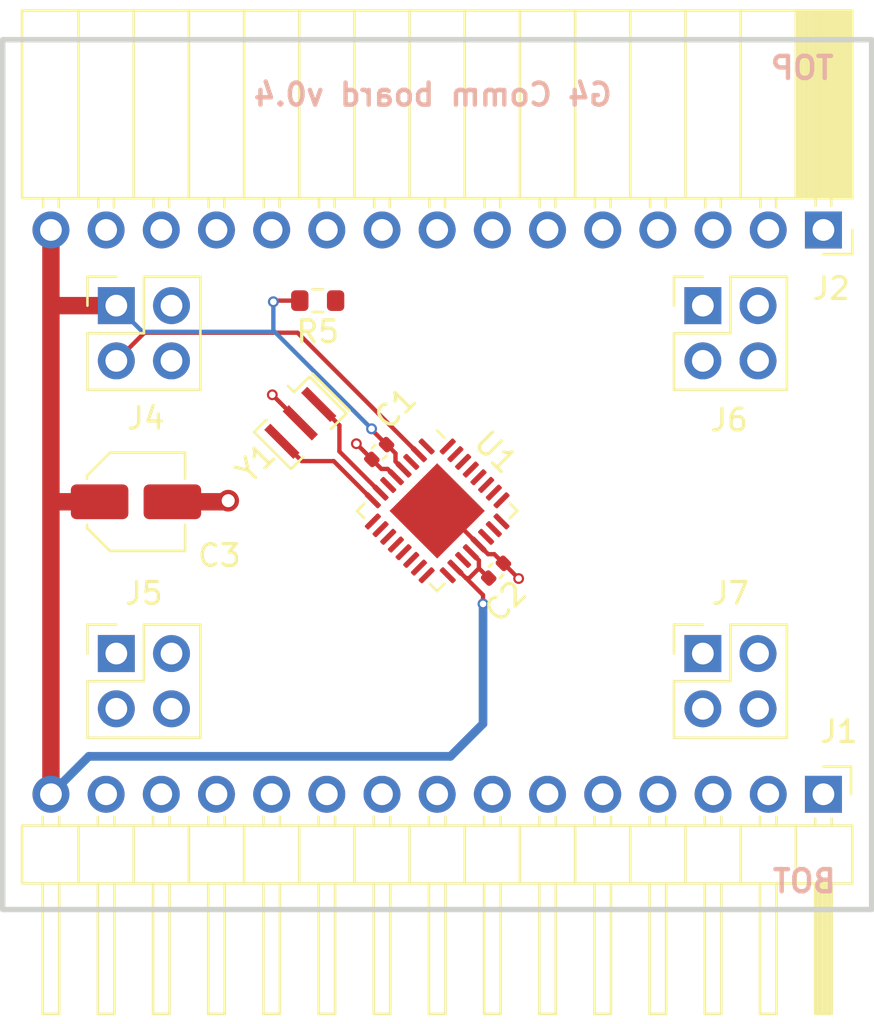
<source format=kicad_pcb>
(kicad_pcb (version 20221018) (generator pcbnew)
  (layers (0 "F.Cu" signal) (1 "In1.Cu" signal) (2 "In2.Cu" signal) (31 "B.Cu" signal) (34 "B.Paste" user) (35 "F.Paste" user) (36 "B.SilkS" user "B.Silkscreen") (37 "F.SilkS" user "F.Silkscreen") (38 "B.Mask" user) (39 "F.Mask" user) (44 "Edge.Cuts" user))
  (net 0 "")
  (net 1 "+5V")
  (net 2 "/B0_CS0")
  (net 3 "/B0_CS1")
  (net 4 "/B0_CS2")
  (net 5 "/B0_CS3")
  (net 6 "/B0_CS4")
  (net 7 "/B0_CS5")
  (net 8 "/B0_CS6")
  (net 9 "/B0_CS7")
  (net 10 "/B0_MISO")
  (net 11 "/B0_MOSI")
  (net 12 "/B0_SCK")
  (net 13 "/B1_CS0")
  (net 14 "/B1_CS1")
  (net 15 "/B1_CS2")
  (net 16 "/B1_CS3")
  (net 17 "/B1_MISO")
  (net 18 "/B1_MOSI")
  (net 19 "/B1_SCK")
  (net 20 "/EXT_INT0")
  (net 21 "/RESET_DRV0")
  (net 22 "/RESET_DRV1")
  (net 23 "/RESET_DRV2")
  (net 24 "/RESET_DRV3")
  (net 25 "/RESET_MSTR")
  (net 26 "/XTAL1")
  (net 27 "/XTAL2")
  (net 28 "GND")
  (footprint "Connector_PinSocket_2.54mm:PinSocket_2x02_P2.54mm_Vertical" (layer "F.Cu") (at 57.77 62.23)
    (fp_text reference "J4" (at -1.1788 5.1816) (layer "F.SilkS"))
    (fp_text value "2x2 socket")
    (fp_line (start -3.87 -1.33) (end -3.87 0) (stroke (width 0.12)) (layer "F.SilkS"))
    (fp_line (start -3.87 1.27) (end -3.87 3.87) (stroke (width 0.12)) (layer "F.SilkS"))
    (fp_line (start -2.54 -1.33) (end -3.87 -1.33) (stroke (width 0.12)) (layer "F.SilkS"))
    (fp_line (start -1.27 -1.33) (end -1.27 1.27) (stroke (width 0.12)) (layer "F.SilkS"))
    (fp_line (start -1.27 1.27) (end -3.87 1.27) (stroke (width 0.12)) (layer "F.SilkS"))
    (fp_line (start 1.33 -1.33) (end -1.27 -1.33) (stroke (width 0.12)) (layer "F.SilkS"))
    (fp_line (start 1.33 -1.33) (end 1.33 3.87) (stroke (width 0.12)) (layer "F.SilkS"))
    (fp_line (start 1.33 3.87) (end -3.87 3.87) (stroke (width 0.12)) (layer "F.SilkS"))
    (pad "1" thru_hole rect (at -2.54 0) (size 1.7 1.7) (drill 1) (layers "*.Cu" "*.Mask") (net 1 "+5V"))
    (pad "2" thru_hole oval (at 0 0) (size 1.7 1.7) (drill 1) (layers "*.Cu" "*.Mask") (net 13 "/B1_CS0"))
    (pad "3" thru_hole oval (at -2.54 2.54) (size 1.7 1.7) (drill 1) (layers "*.Cu" "*.Mask") (net 19 "/B1_SCK"))
    (pad "4" thru_hole oval (at 0 2.54) (size 1.7 1.7) (drill 1) (layers "*.Cu" "*.Mask") (net 21 "/RESET_DRV0"))
  )
  (footprint "Connector_PinSocket_2.54mm:PinSocket_2x02_P2.54mm_Vertical" (layer "F.Cu") (at 84.77 62.23)
    (fp_text reference "J6" (at -1.331 5.2578) (layer "F.SilkS"))
    (fp_text value "2x2 socket")
    (fp_line (start -3.87 -1.33) (end -3.87 0) (stroke (width 0.12)) (layer "F.SilkS"))
    (fp_line (start -3.87 1.27) (end -3.87 3.87) (stroke (width 0.12)) (layer "F.SilkS"))
    (fp_line (start -2.54 -1.33) (end -3.87 -1.33) (stroke (width 0.12)) (layer "F.SilkS"))
    (fp_line (start -1.27 -1.33) (end -1.27 1.27) (stroke (width 0.12)) (layer "F.SilkS"))
    (fp_line (start -1.27 1.27) (end -3.87 1.27) (stroke (width 0.12)) (layer "F.SilkS"))
    (fp_line (start 1.33 -1.33) (end -1.27 -1.33) (stroke (width 0.12)) (layer "F.SilkS"))
    (fp_line (start 1.33 -1.33) (end 1.33 3.87) (stroke (width 0.12)) (layer "F.SilkS"))
    (fp_line (start 1.33 3.87) (end -3.87 3.87) (stroke (width 0.12)) (layer "F.SilkS"))
    (pad "1" thru_hole rect (at -2.54 0) (size 1.7 1.7) (drill 1) (layers "*.Cu" "*.Mask") (net 18 "/B1_MOSI"))
    (pad "2" thru_hole oval (at 0 0) (size 1.7 1.7) (drill 1) (layers "*.Cu" "*.Mask"))
    (pad "3" thru_hole oval (at -2.54 2.54) (size 1.7 1.7) (drill 1) (layers "*.Cu" "*.Mask") (net 15 "/B1_CS2"))
    (pad "4" thru_hole oval (at 0 2.54) (size 1.7 1.7) (drill 1) (layers "*.Cu" "*.Mask") (net 23 "/RESET_DRV2"))
  )
  (footprint "Connector_PinSocket_2.54mm:PinSocket_2x02_P2.54mm_Vertical" (layer "F.Cu") (at 57.77 78.23)
    (fp_text reference "J5" (at -1.27 -2.77) (layer "F.SilkS"))
    (fp_text value "2x2 socket")
    (fp_line (start -3.87 -1.33) (end -3.87 0) (stroke (width 0.12)) (layer "F.SilkS"))
    (fp_line (start -3.87 1.27) (end -3.87 3.87) (stroke (width 0.12)) (layer "F.SilkS"))
    (fp_line (start -2.54 -1.33) (end -3.87 -1.33) (stroke (width 0.12)) (layer "F.SilkS"))
    (fp_line (start -1.27 -1.33) (end -1.27 1.27) (stroke (width 0.12)) (layer "F.SilkS"))
    (fp_line (start -1.27 1.27) (end -3.87 1.27) (stroke (width 0.12)) (layer "F.SilkS"))
    (fp_line (start 1.33 -1.33) (end -1.27 -1.33) (stroke (width 0.12)) (layer "F.SilkS"))
    (fp_line (start 1.33 -1.33) (end 1.33 3.87) (stroke (width 0.12)) (layer "F.SilkS"))
    (fp_line (start 1.33 3.87) (end -3.87 3.87) (stroke (width 0.12)) (layer "F.SilkS"))
    (pad "1" thru_hole rect (at -2.54 0) (size 1.7 1.7) (drill 1) (layers "*.Cu" "*.Mask") (net 17 "/B1_MISO"))
    (pad "2" thru_hole oval (at 0 0) (size 1.7 1.7) (drill 1) (layers "*.Cu" "*.Mask") (net 14 "/B1_CS1"))
    (pad "3" thru_hole oval (at -2.54 2.54) (size 1.7 1.7) (drill 1) (layers "*.Cu" "*.Mask"))
    (pad "4" thru_hole oval (at 0 2.54) (size 1.7 1.7) (drill 1) (layers "*.Cu" "*.Mask") (net 22 "/RESET_DRV1"))
  )
  (footprint "Connector_PinSocket_2.54mm:PinSocket_2x02_P2.54mm_Vertical" (layer "F.Cu") (at 84.77 78.23)
    (fp_text reference "J7" (at -1.27 -2.77) (layer "F.SilkS"))
    (fp_text value "2x2 socket")
    (fp_line (start -3.87 -1.33) (end -3.87 0) (stroke (width 0.12)) (layer "F.SilkS"))
    (fp_line (start -3.87 1.27) (end -3.87 3.87) (stroke (width 0.12)) (layer "F.SilkS"))
    (fp_line (start -2.54 -1.33) (end -3.87 -1.33) (stroke (width 0.12)) (layer "F.SilkS"))
    (fp_line (start -1.27 -1.33) (end -1.27 1.27) (stroke (width 0.12)) (layer "F.SilkS"))
    (fp_line (start -1.27 1.27) (end -3.87 1.27) (stroke (width 0.12)) (layer "F.SilkS"))
    (fp_line (start 1.33 -1.33) (end -1.27 -1.33) (stroke (width 0.12)) (layer "F.SilkS"))
    (fp_line (start 1.33 -1.33) (end 1.33 3.87) (stroke (width 0.12)) (layer "F.SilkS"))
    (fp_line (start 1.33 3.87) (end -3.87 3.87) (stroke (width 0.12)) (layer "F.SilkS"))
    (pad "1" thru_hole rect (at -2.54 0) (size 1.7 1.7) (drill 1) (layers "*.Cu" "*.Mask") (net 24 "/RESET_DRV3"))
    (pad "2" thru_hole oval (at 0 0) (size 1.7 1.7) (drill 1) (layers "*.Cu" "*.Mask") (net 16 "/B1_CS3"))
    (pad "3" thru_hole oval (at -2.54 2.54) (size 1.7 1.7) (drill 1) (layers "*.Cu" "*.Mask") (net 28 "GND"))
    (pad "4" thru_hole oval (at 0 2.54) (size 1.7 1.7) (drill 1) (layers "*.Cu" "*.Mask"))
  )
  (footprint "Resistor_SMD:R_0603_1608Metric" (layer "F.Cu") (at 64.5 62 180)
    (fp_text reference "R5" (at 0 -1.43) (layer "F.SilkS"))
    (fp_text value "4.7k")
    (fp_line (start -0.237258 -0.5225) (end 0.237258 -0.5225) (stroke (width 0.12)) (layer "F.SilkS"))
    (fp_line (start -0.237258 0.5225) (end 0.237258 0.5225) (stroke (width 0.12)) (layer "F.SilkS"))
    (pad "1" smd roundrect (at -0.825 0 180) (size 0.8 0.95) (layers "F.Cu" "F.Paste" "F.Mask") (net 25 "/RESET_MSTR"))
    (pad "2" smd roundrect (at 0.825 0 180) (size 0.8 0.95) (layers "F.Cu" "F.Paste" "F.Mask") (net 1 "+5V"))
  )
  (footprint "Connector_PinHeader_2.54mm:PinHeader_1x15_P2.54mm_Horizontal" (layer "F.Cu") (at 87.78 84.7 -90)
    (fp_text reference "J1" (at -2.8866 -0.7136) (layer "F.SilkS"))
    (fp_text value "1x15 header")
    (fp_line (start -1.27 -1.27) (end 0 -1.27) (stroke (width 0.12)) (layer "F.SilkS"))
    (fp_line (start -1.27 0) (end -1.27 -1.27) (stroke (width 0.12)) (layer "F.SilkS"))
    (fp_line (start 1.042929 2.16) (end 1.44 2.16) (stroke (width 0.12)) (layer "F.SilkS"))
    (fp_line (start 1.042929 2.92) (end 1.44 2.92) (stroke (width 0.12)) (layer "F.SilkS"))
    (fp_line (start 1.042929 4.7) (end 1.44 4.7) (stroke (width 0.12)) (layer "F.SilkS"))
    (fp_line (start 1.042929 5.46) (end 1.44 5.46) (stroke (width 0.12)) (layer "F.SilkS"))
    (fp_line (start 1.042929 7.24) (end 1.44 7.24) (stroke (width 0.12)) (layer "F.SilkS"))
    (fp_line (start 1.042929 8) (end 1.44 8) (stroke (width 0.12)) (layer "F.SilkS"))
    (fp_line (start 1.042929 9.78) (end 1.44 9.78) (stroke (width 0.12)) (layer "F.SilkS"))
    (fp_line (start 1.042929 10.54) (end 1.44 10.54) (stroke (width 0.12)) (layer "F.SilkS"))
    (fp_line (start 1.042929 12.32) (end 1.44 12.32) (stroke (width 0.12)) (layer "F.SilkS"))
    (fp_line (start 1.042929 13.08) (end 1.44 13.08) (stroke (width 0.12)) (layer "F.SilkS"))
    (fp_line (start 1.042929 14.86) (end 1.44 14.86) (stroke (width 0.12)) (layer "F.SilkS"))
    (fp_line (start 1.042929 15.62) (end 1.44 15.62) (stroke (width 0.12)) (layer "F.SilkS"))
    (fp_line (start 1.042929 17.4) (end 1.44 17.4) (stroke (width 0.12)) (layer "F.SilkS"))
    (fp_line (start 1.042929 18.16) (end 1.44 18.16) (stroke (width 0.12)) (layer "F.SilkS"))
    (fp_line (start 1.042929 19.94) (end 1.44 19.94) (stroke (width 0.12)) (layer "F.SilkS"))
    (fp_line (start 1.042929 20.7) (end 1.44 20.7) (stroke (width 0.12)) (layer "F.SilkS"))
    (fp_line (start 1.042929 22.48) (end 1.44 22.48) (stroke (width 0.12)) (layer "F.SilkS"))
    (fp_line (start 1.042929 23.24) (end 1.44 23.24) (stroke (width 0.12)) (layer "F.SilkS"))
    (fp_line (start 1.042929 25.02) (end 1.44 25.02) (stroke (width 0.12)) (layer "F.SilkS"))
    (fp_line (start 1.042929 25.78) (end 1.44 25.78) (stroke (width 0.12)) (layer "F.SilkS"))
    (fp_line (start 1.042929 27.56) (end 1.44 27.56) (stroke (width 0.12)) (layer "F.SilkS"))
    (fp_line (start 1.042929 28.32) (end 1.44 28.32) (stroke (width 0.12)) (layer "F.SilkS"))
    (fp_line (start 1.042929 30.1) (end 1.44 30.1) (stroke (width 0.12)) (layer "F.SilkS"))
    (fp_line (start 1.042929 30.86) (end 1.44 30.86) (stroke (width 0.12)) (layer "F.SilkS"))
    (fp_line (start 1.042929 32.64) (end 1.44 32.64) (stroke (width 0.12)) (layer "F.SilkS"))
    (fp_line (start 1.042929 33.4) (end 1.44 33.4) (stroke (width 0.12)) (layer "F.SilkS"))
    (fp_line (start 1.042929 35.18) (end 1.44 35.18) (stroke (width 0.12)) (layer "F.SilkS"))
    (fp_line (start 1.042929 35.94) (end 1.44 35.94) (stroke (width 0.12)) (layer "F.SilkS"))
    (fp_line (start 1.11 -0.38) (end 1.44 -0.38) (stroke (width 0.12)) (layer "F.SilkS"))
    (fp_line (start 1.11 0.38) (end 1.44 0.38) (stroke (width 0.12)) (layer "F.SilkS"))
    (fp_line (start 1.44 -1.33) (end 1.44 36.89) (stroke (width 0.12)) (layer "F.SilkS"))
    (fp_line (start 1.44 1.27) (end 4.1 1.27) (stroke (width 0.12)) (layer "F.SilkS"))
    (fp_line (start 1.44 3.81) (end 4.1 3.81) (stroke (width 0.12)) (layer "F.SilkS"))
    (fp_line (start 1.44 6.35) (end 4.1 6.35) (stroke (width 0.12)) (layer "F.SilkS"))
    (fp_line (start 1.44 8.89) (end 4.1 8.89) (stroke (width 0.12)) (layer "F.SilkS"))
    (fp_line (start 1.44 11.43) (end 4.1 11.43) (stroke (width 0.12)) (layer "F.SilkS"))
    (fp_line (start 1.44 13.97) (end 4.1 13.97) (stroke (width 0.12)) (layer "F.SilkS"))
    (fp_line (start 1.44 16.51) (end 4.1 16.51) (stroke (width 0.12)) (layer "F.SilkS"))
    (fp_line (start 1.44 19.05) (end 4.1 19.05) (stroke (width 0.12)) (layer "F.SilkS"))
    (fp_line (start 1.44 21.59) (end 4.1 21.59) (stroke (width 0.12)) (layer "F.SilkS"))
    (fp_line (start 1.44 24.13) (end 4.1 24.13) (stroke (width 0.12)) (layer "F.SilkS"))
    (fp_line (start 1.44 26.67) (end 4.1 26.67) (stroke (width 0.12)) (layer "F.SilkS"))
    (fp_line (start 1.44 29.21) (end 4.1 29.21) (stroke (width 0.12)) (layer "F.SilkS"))
    (fp_line (start 1.44 31.75) (end 4.1 31.75) (stroke (width 0.12)) (layer "F.SilkS"))
    (fp_line (start 1.44 34.29) (end 4.1 34.29) (stroke (width 0.12)) (layer "F.SilkS"))
    (fp_line (start 1.44 36.89) (end 4.1 36.89) (stroke (width 0.12)) (layer "F.SilkS"))
    (fp_line (start 4.1 -1.33) (end 1.44 -1.33) (stroke (width 0.12)) (layer "F.SilkS"))
    (fp_line (start 4.1 -0.38) (end 10.1 -0.38) (stroke (width 0.12)) (layer "F.SilkS"))
    (fp_line (start 4.1 -0.32) (end 10.1 -0.32) (stroke (width 0.12)) (layer "F.SilkS"))
    (fp_line (start 4.1 -0.2) (end 10.1 -0.2) (stroke (width 0.12)) (layer "F.SilkS"))
    (fp_line (start 4.1 -0.08) (end 10.1 -0.08) (stroke (width 0.12)) (layer "F.SilkS"))
    (fp_line (start 4.1 0.04) (end 10.1 0.04) (stroke (width 0.12)) (layer "F.SilkS"))
    (fp_line (start 4.1 0.16) (end 10.1 0.16) (stroke (width 0.12)) (layer "F.SilkS"))
    (fp_line (start 4.1 0.28) (end 10.1 0.28) (stroke (width 0.12)) (layer "F.SilkS"))
    (fp_line (start 4.1 2.16) (end 10.1 2.16) (stroke (width 0.12)) (layer "F.SilkS"))
    (fp_line (start 4.1 4.7) (end 10.1 4.7) (stroke (width 0.12)) (layer "F.SilkS"))
    (fp_line (start 4.1 7.24) (end 10.1 7.24) (stroke (width 0.12)) (layer "F.SilkS"))
    (fp_line (start 4.1 9.78) (end 10.1 9.78) (stroke (width 0.12)) (layer "F.SilkS"))
    (fp_line (start 4.1 12.32) (end 10.1 12.32) (stroke (width 0.12)) (layer "F.SilkS"))
    (fp_line (start 4.1 14.86) (end 10.1 14.86) (stroke (width 0.12)) (layer "F.SilkS"))
    (fp_line (start 4.1 17.4) (end 10.1 17.4) (stroke (width 0.12)) (layer "F.SilkS"))
    (fp_line (start 4.1 19.94) (end 10.1 19.94) (stroke (width 0.12)) (layer "F.SilkS"))
    (fp_line (start 4.1 22.48) (end 10.1 22.48) (stroke (width 0.12)) (layer "F.SilkS"))
    (fp_line (start 4.1 25.02) (end 10.1 25.02) (stroke (width 0.12)) (layer "F.SilkS"))
    (fp_line (start 4.1 27.56) (end 10.1 27.56) (stroke (width 0.12)) (layer "F.SilkS"))
    (fp_line (start 4.1 30.1) (end 10.1 30.1) (stroke (width 0.12)) (layer "F.SilkS"))
    (fp_line (start 4.1 32.64) (end 10.1 32.64) (stroke (width 0.12)) (layer "F.SilkS"))
    (fp_line (start 4.1 35.18) (end 10.1 35.18) (stroke (width 0.12)) (layer "F.SilkS"))
    (fp_line (start 4.1 36.89) (end 4.1 -1.33) (stroke (width 0.12)) (layer "F.SilkS"))
    (fp_line (start 10.1 -0.38) (end 10.1 0.38) (stroke (width 0.12)) (layer "F.SilkS"))
    (fp_line (start 10.1 0.38) (end 4.1 0.38) (stroke (width 0.12)) (layer "F.SilkS"))
    (fp_line (start 10.1 2.16) (end 10.1 2.92) (stroke (width 0.12)) (layer "F.SilkS"))
    (fp_line (start 10.1 2.92) (end 4.1 2.92) (stroke (width 0.12)) (layer "F.SilkS"))
    (fp_line (start 10.1 4.7) (end 10.1 5.46) (stroke (width 0.12)) (layer "F.SilkS"))
    (fp_line (start 10.1 5.46) (end 4.1 5.46) (stroke (width 0.12)) (layer "F.SilkS"))
    (fp_line (start 10.1 7.24) (end 10.1 8) (stroke (width 0.12)) (layer "F.SilkS"))
    (fp_line (start 10.1 8) (end 4.1 8) (stroke (width 0.12)) (layer "F.SilkS"))
    (fp_line (start 10.1 9.78) (end 10.1 10.54) (stroke (width 0.12)) (layer "F.SilkS"))
    (fp_line (start 10.1 10.54) (end 4.1 10.54) (stroke (width 0.12)) (layer "F.SilkS"))
    (fp_line (start 10.1 12.32) (end 10.1 13.08) (stroke (width 0.12)) (layer "F.SilkS"))
    (fp_line (start 10.1 13.08) (end 4.1 13.08) (stroke (width 0.12)) (layer "F.SilkS"))
    (fp_line (start 10.1 14.86) (end 10.1 15.62) (stroke (width 0.12)) (layer "F.SilkS"))
    (fp_line (start 10.1 15.62) (end 4.1 15.62) (stroke (width 0.12)) (layer "F.SilkS"))
    (fp_line (start 10.1 17.4) (end 10.1 18.16) (stroke (width 0.12)) (layer "F.SilkS"))
    (fp_line (start 10.1 18.16) (end 4.1 18.16) (stroke (width 0.12)) (layer "F.SilkS"))
    (fp_line (start 10.1 19.94) (end 10.1 20.7) (stroke (width 0.12)) (layer "F.SilkS"))
    (fp_line (start 10.1 20.7) (end 4.1 20.7) (stroke (width 0.12)) (layer "F.SilkS"))
    (fp_line (start 10.1 22.48) (end 10.1 23.24) (stroke (width 0.12)) (layer "F.SilkS"))
    (fp_line (start 10.1 23.24) (end 4.1 23.24) (stroke (width 0.12)) (layer "F.SilkS"))
    (fp_line (start 10.1 25.02) (end 10.1 25.78) (stroke (width 0.12)) (layer "F.SilkS"))
    (fp_line (start 10.1 25.78) (end 4.1 25.78) (stroke (width 0.12)) (layer "F.SilkS"))
    (fp_line (start 10.1 27.56) (end 10.1 28.32) (stroke (width 0.12)) (layer "F.SilkS"))
    (fp_line (start 10.1 28.32) (end 4.1 28.32) (stroke (width 0.12)) (layer "F.SilkS"))
    (fp_line (start 10.1 30.1) (end 10.1 30.86) (stroke (width 0.12)) (layer "F.SilkS"))
    (fp_line (start 10.1 30.86) (end 4.1 30.86) (stroke (width 0.12)) (layer "F.SilkS"))
    (fp_line (start 10.1 32.64) (end 10.1 33.4) (stroke (width 0.12)) (layer "F.SilkS"))
    (fp_line (start 10.1 33.4) (end 4.1 33.4) (stroke (width 0.12)) (layer "F.SilkS"))
    (fp_line (start 10.1 35.18) (end 10.1 35.94) (stroke (width 0.12)) (layer "F.SilkS"))
    (fp_line (start 10.1 35.94) (end 4.1 35.94) (stroke (width 0.12)) (layer "F.SilkS"))
    (pad "1" thru_hole rect (at 0 0 270) (size 1.7 1.7) (drill 1) (layers "*.Cu" "*.Mask") (net 20 "/EXT_INT0"))
    (pad "2" thru_hole oval (at 0 2.54 270) (size 1.7 1.7) (drill 1) (layers "*.Cu" "*.Mask") (net 9 "/B0_CS7"))
    (pad "3" thru_hole oval (at 0 5.08 270) (size 1.7 1.7) (drill 1) (layers "*.Cu" "*.Mask") (net 8 "/B0_CS6"))
    (pad "4" thru_hole oval (at 0 7.62 270) (size 1.7 1.7) (drill 1) (layers "*.Cu" "*.Mask") (net 7 "/B0_CS5"))
    (pad "5" thru_hole oval (at 0 10.16 270) (size 1.7 1.7) (drill 1) (layers "*.Cu" "*.Mask") (net 6 "/B0_CS4"))
    (pad "6" thru_hole oval (at 0 12.7 270) (size 1.7 1.7) (drill 1) (layers "*.Cu" "*.Mask") (net 5 "/B0_CS3"))
    (pad "7" thru_hole oval (at 0 15.24 270) (size 1.7 1.7) (drill 1) (layers "*.Cu" "*.Mask") (net 4 "/B0_CS2"))
    (pad "8" thru_hole oval (at 0 17.78 270) (size 1.7 1.7) (drill 1) (layers "*.Cu" "*.Mask") (net 3 "/B0_CS1"))
    (pad "9" thru_hole oval (at 0 20.32 270) (size 1.7 1.7) (drill 1) (layers "*.Cu" "*.Mask") (net 2 "/B0_CS0"))
    (pad "10" thru_hole oval (at 0 22.86 270) (size 1.7 1.7) (drill 1) (layers "*.Cu" "*.Mask") (net 10 "/B0_MISO"))
    (pad "11" thru_hole oval (at 0 25.4 270) (size 1.7 1.7) (drill 1) (layers "*.Cu" "*.Mask") (net 11 "/B0_MOSI"))
    (pad "12" thru_hole oval (at 0 27.94 270) (size 1.7 1.7) (drill 1) (layers "*.Cu" "*.Mask") (net 12 "/B0_SCK"))
    (pad "13" thru_hole oval (at 0 30.48 270) (size 1.7 1.7) (drill 1) (layers "*.Cu" "*.Mask") (net 25 "/RESET_MSTR"))
    (pad "14" thru_hole oval (at 0 33.02 270) (size 1.7 1.7) (drill 1) (layers "*.Cu" "*.Mask") (net 28 "GND"))
    (pad "15" thru_hole oval (at 0 35.56 270) (size 1.7 1.7) (drill 1) (layers "*.Cu" "*.Mask") (net 1 "+5V"))
  )
  (footprint "Capacitor_SMD:C_0402_1005Metric" (layer "F.Cu") (at 72.710589 74.419411 45)
    (fp_text reference "C2" (at -0.693798 1.315219 45) (layer "F.SilkS"))
    (fp_text value "1uF")
    (fp_line (start -0.107836 -0.36) (end 0.107836 -0.36) (stroke (width 0.12)) (layer "F.SilkS"))
    (fp_line (start -0.107836 0.36) (end 0.107836 0.36) (stroke (width 0.12)) (layer "F.SilkS"))
    (pad "1" smd roundrect (at -0.48 0 45) (size 0.56 0.62) (layers "F.Cu" "F.Paste" "F.Mask") (net 1 "+5V"))
    (pad "2" smd roundrect (at 0.48 0 45) (size 0.56 0.62) (layers "F.Cu" "F.Paste" "F.Mask") (net 28 "GND"))
  )
  (footprint "Connector_PinSocket_2.54mm:PinSocket_1x15_P2.54mm_Horizontal" (layer "F.Cu") (at 87.78 58.75 -90)
    (fp_text reference "J2" (at 2.6926 -0.358 -180) (layer "F.SilkS"))
    (fp_text value "1x15 socket")
    (fp_line (start -10.09 -1.33) (end -10.09 36.89) (stroke (width 0.12)) (layer "F.SilkS"))
    (fp_line (start -10.09 -1.33) (end -1.46 -1.33) (stroke (width 0.12)) (layer "F.SilkS"))
    (fp_line (start -10.09 -1.21) (end -1.46 -1.21) (stroke (width 0.12)) (layer "F.SilkS"))
    (fp_line (start -10.09 -1.091905) (end -1.46 -1.091905) (stroke (width 0.12)) (layer "F.SilkS"))
    (fp_line (start -10.09 -0.97381) (end -1.46 -0.97381) (stroke (width 0.12)) (layer "F.SilkS"))
    (fp_line (start -10.09 -0.855715) (end -1.46 -0.855715) (stroke (width 0.12)) (layer "F.SilkS"))
    (fp_line (start -10.09 -0.73762) (end -1.46 -0.73762) (stroke (width 0.12)) (layer "F.SilkS"))
    (fp_line (start -10.09 -0.619525) (end -1.46 -0.619525) (stroke (width 0.12)) (layer "F.SilkS"))
    (fp_line (start -10.09 -0.50143) (end -1.46 -0.50143) (stroke (width 0.12)) (layer "F.SilkS"))
    (fp_line (start -10.09 -0.383335) (end -1.46 -0.383335) (stroke (width 0.12)) (layer "F.SilkS"))
    (fp_line (start -10.09 -0.26524) (end -1.46 -0.26524) (stroke (width 0.12)) (layer "F.SilkS"))
    (fp_line (start -10.09 -0.147145) (end -1.46 -0.147145) (stroke (width 0.12)) (layer "F.SilkS"))
    (fp_line (start -10.09 -0.02905) (end -1.46 -0.02905) (stroke (width 0.12)) (layer "F.SilkS"))
    (fp_line (start -10.09 0.089045) (end -1.46 0.089045) (stroke (width 0.12)) (layer "F.SilkS"))
    (fp_line (start -10.09 0.20714) (end -1.46 0.20714) (stroke (width 0.12)) (layer "F.SilkS"))
    (fp_line (start -10.09 0.325235) (end -1.46 0.325235) (stroke (width 0.12)) (layer "F.SilkS"))
    (fp_line (start -10.09 0.44333) (end -1.46 0.44333) (stroke (width 0.12)) (layer "F.SilkS"))
    (fp_line (start -10.09 0.561425) (end -1.46 0.561425) (stroke (width 0.12)) (layer "F.SilkS"))
    (fp_line (start -10.09 0.67952) (end -1.46 0.67952) (stroke (width 0.12)) (layer "F.SilkS"))
    (fp_line (start -10.09 0.797615) (end -1.46 0.797615) (stroke (width 0.12)) (layer "F.SilkS"))
    (fp_line (start -10.09 0.91571) (end -1.46 0.91571) (stroke (width 0.12)) (layer "F.SilkS"))
    (fp_line (start -10.09 1.033805) (end -1.46 1.033805) (stroke (width 0.12)) (layer "F.SilkS"))
    (fp_line (start -10.09 1.1519) (end -1.46 1.1519) (stroke (width 0.12)) (layer "F.SilkS"))
    (fp_line (start -10.09 1.27) (end -1.46 1.27) (stroke (width 0.12)) (layer "F.SilkS"))
    (fp_line (start -10.09 3.81) (end -1.46 3.81) (stroke (width 0.12)) (layer "F.SilkS"))
    (fp_line (start -10.09 6.35) (end -1.46 6.35) (stroke (width 0.12)) (layer "F.SilkS"))
    (fp_line (start -10.09 8.89) (end -1.46 8.89) (stroke (width 0.12)) (layer "F.SilkS"))
    (fp_line (start -10.09 11.43) (end -1.46 11.43) (stroke (width 0.12)) (layer "F.SilkS"))
    (fp_line (start -10.09 13.97) (end -1.46 13.97) (stroke (width 0.12)) (layer "F.SilkS"))
    (fp_line (start -10.09 16.51) (end -1.46 16.51) (stroke (width 0.12)) (layer "F.SilkS"))
    (fp_line (start -10.09 19.05) (end -1.46 19.05) (stroke (width 0.12)) (layer "F.SilkS"))
    (fp_line (start -10.09 21.59) (end -1.46 21.59) (stroke (width 0.12)) (layer "F.SilkS"))
    (fp_line (start -10.09 24.13) (end -1.46 24.13) (stroke (width 0.12)) (layer "F.SilkS"))
    (fp_line (start -10.09 26.67) (end -1.46 26.67) (stroke (width 0.12)) (layer "F.SilkS"))
    (fp_line (start -10.09 29.21) (end -1.46 29.21) (stroke (width 0.12)) (layer "F.SilkS"))
    (fp_line (start -10.09 31.75) (end -1.46 31.75) (stroke (width 0.12)) (layer "F.SilkS"))
    (fp_line (start -10.09 34.29) (end -1.46 34.29) (stroke (width 0.12)) (layer "F.SilkS"))
    (fp_line (start -10.09 36.89) (end -1.46 36.89) (stroke (width 0.12)) (layer "F.SilkS"))
    (fp_line (start -1.46 -1.33) (end -1.46 36.89) (stroke (width 0.12)) (layer "F.SilkS"))
    (fp_line (start -1.46 -0.36) (end -1.11 -0.36) (stroke (width 0.12)) (layer "F.SilkS"))
    (fp_line (start -1.46 0.36) (end -1.11 0.36) (stroke (width 0.12)) (layer "F.SilkS"))
    (fp_line (start -1.46 2.18) (end -1.05 2.18) (stroke (width 0.12)) (layer "F.SilkS"))
    (fp_line (start -1.46 2.9) (end -1.05 2.9) (stroke (width 0.12)) (layer "F.SilkS"))
    (fp_line (start -1.46 4.72) (end -1.05 4.72) (stroke (width 0.12)) (layer "F.SilkS"))
    (fp_line (start -1.46 5.44) (end -1.05 5.44) (stroke (width 0.12)) (layer "F.SilkS"))
    (fp_line (start -1.46 7.26) (end -1.05 7.26) (stroke (width 0.12)) (layer "F.SilkS"))
    (fp_line (start -1.46 7.98) (end -1.05 7.98) (stroke (width 0.12)) (layer "F.SilkS"))
    (fp_line (start -1.46 9.8) (end -1.05 9.8) (stroke (width 0.12)) (layer "F.SilkS"))
    (fp_line (start -1.46 10.52) (end -1.05 10.52) (stroke (width 0.12)) (layer "F.SilkS"))
    (fp_line (start -1.46 12.34) (end -1.05 12.34) (stroke (width 0.12)) (layer "F.SilkS"))
    (fp_line (start -1.46 13.06) (end -1.05 13.06) (stroke (width 0.12)) (layer "F.SilkS"))
    (fp_line (start -1.46 14.88) (end -1.05 14.88) (stroke (width 0.12)) (layer "F.SilkS"))
    (fp_line (start -1.46 15.6) (end -1.05 15.6) (stroke (width 0.12)) (layer "F.SilkS"))
    (fp_line (start -1.46 17.42) (end -1.05 17.42) (stroke (width 0.12)) (layer "F.SilkS"))
    (fp_line (start -1.46 18.14) (end -1.05 18.14) (stroke (width 0.12)) (layer "F.SilkS"))
    (fp_line (start -1.46 19.96) (end -1.05 19.96) (stroke (width 0.12)) (layer "F.SilkS"))
    (fp_line (start -1.46 20.68) (end -1.05 20.68) (stroke (width 0.12)) (layer "F.SilkS"))
    (fp_line (start -1.46 22.5) (end -1.05 22.5) (stroke (width 0.12)) (layer "F.SilkS"))
    (fp_line (start -1.46 23.22) (end -1.05 23.22) (stroke (width 0.12)) (layer "F.SilkS"))
    (fp_line (start -1.46 25.04) (end -1.05 25.04) (stroke (width 0.12)) (layer "F.SilkS"))
    (fp_line (start -1.46 25.76) (end -1.05 25.76) (stroke (width 0.12)) (layer "F.SilkS"))
    (fp_line (start -1.46 27.58) (end -1.05 27.58) (stroke (width 0.12)) (layer "F.SilkS"))
    (fp_line (start -1.46 28.3) (end -1.05 28.3) (stroke (width 0.12)) (layer "F.SilkS"))
    (fp_line (start -1.46 30.12) (end -1.05 30.12) (stroke (width 0.12)) (layer "F.SilkS"))
    (fp_line (start -1.46 30.84) (end -1.05 30.84) (stroke (width 0.12)) (layer "F.SilkS"))
    (fp_line (start -1.46 32.66) (end -1.05 32.66) (stroke (width 0.12)) (layer "F.SilkS"))
    (fp_line (start -1.46 33.38) (end -1.05 33.38) (stroke (width 0.12)) (layer "F.SilkS"))
    (fp_line (start -1.46 35.2) (end -1.05 35.2) (stroke (width 0.12)) (layer "F.SilkS"))
    (fp_line (start -1.46 35.92) (end -1.05 35.92) (stroke (width 0.12)) (layer "F.SilkS"))
    (fp_line (start 0 -1.33) (end 1.11 -1.33) (stroke (width 0.12)) (layer "F.SilkS"))
    (fp_line (start 1.11 -1.33) (end 1.11 0) (stroke (width 0.12)) (layer "F.SilkS"))
    (pad "1" thru_hole rect (at 0 0 270) (size 1.7 1.7) (drill 1) (layers "*.Cu" "*.Mask") (net 20 "/EXT_INT0"))
    (pad "2" thru_hole oval (at 0 2.54 270) (size 1.7 1.7) (drill 1) (layers "*.Cu" "*.Mask"))
    (pad "3" thru_hole oval (at 0 5.08 270) (size 1.7 1.7) (drill 1) (layers "*.Cu" "*.Mask") (net 9 "/B0_CS7"))
    (pad "4" thru_hole oval (at 0 7.62 270) (size 1.7 1.7) (drill 1) (layers "*.Cu" "*.Mask") (net 8 "/B0_CS6"))
    (pad "5" thru_hole oval (at 0 10.16 270) (size 1.7 1.7) (drill 1) (layers "*.Cu" "*.Mask") (net 7 "/B0_CS5"))
    (pad "6" thru_hole oval (at 0 12.7 270) (size 1.7 1.7) (drill 1) (layers "*.Cu" "*.Mask") (net 6 "/B0_CS4"))
    (pad "7" thru_hole oval (at 0 15.24 270) (size 1.7 1.7) (drill 1) (layers "*.Cu" "*.Mask") (net 5 "/B0_CS3"))
    (pad "8" thru_hole oval (at 0 17.78 270) (size 1.7 1.7) (drill 1) (layers "*.Cu" "*.Mask") (net 4 "/B0_CS2"))
    (pad "9" thru_hole oval (at 0 20.32 270) (size 1.7 1.7) (drill 1) (layers "*.Cu" "*.Mask") (net 3 "/B0_CS1"))
    (pad "10" thru_hole oval (at 0 22.86 270) (size 1.7 1.7) (drill 1) (layers "*.Cu" "*.Mask") (net 10 "/B0_MISO"))
    (pad "11" thru_hole oval (at 0 25.4 270) (size 1.7 1.7) (drill 1) (layers "*.Cu" "*.Mask") (net 11 "/B0_MOSI"))
    (pad "12" thru_hole oval (at 0 27.94 270) (size 1.7 1.7) (drill 1) (layers "*.Cu" "*.Mask") (net 12 "/B0_SCK"))
    (pad "13" thru_hole oval (at 0 30.48 270) (size 1.7 1.7) (drill 1) (layers "*.Cu" "*.Mask") (net 25 "/RESET_MSTR"))
    (pad "14" thru_hole oval (at 0 33.02 270) (size 1.7 1.7) (drill 1) (layers "*.Cu" "*.Mask") (net 28 "GND"))
    (pad "15" thru_hole oval (at 0 35.56 270) (size 1.7 1.7) (drill 1) (layers "*.Cu" "*.Mask") (net 1 "+5V"))
  )
  (footprint "Package_DFN_QFN:QFN-32-1EP_5x5mm_P0.5mm_EP3.1x3.1mm" (layer "F.Cu") (at 70 71.66832 -45)
    (fp_text reference "U1" (at 0 -3.82 135) (layer "F.SilkS"))
    (fp_text value "ATmega328PB-M")
    (fp_line (start -2.61 2.61) (end -2.61 2.135) (stroke (width 0.12)) (layer "F.SilkS"))
    (fp_line (start -2.135 -2.61) (end -2.61 -2.61) (stroke (width 0.12)) (layer "F.SilkS"))
    (fp_line (start -2.135 2.61) (end -2.61 2.61) (stroke (width 0.12)) (layer "F.SilkS"))
    (fp_line (start 2.135 -2.61) (end 2.61 -2.61) (stroke (width 0.12)) (layer "F.SilkS"))
    (fp_line (start 2.135 2.61) (end 2.61 2.61) (stroke (width 0.12)) (layer "F.SilkS"))
    (fp_line (start 2.61 -2.61) (end 2.61 -2.135) (stroke (width 0.12)) (layer "F.SilkS"))
    (fp_line (start 2.61 2.61) (end 2.61 2.135) (stroke (width 0.12)) (layer "F.SilkS"))
    (pad "1" smd roundrect (at -2.4375 -1.75 315) (size 0.875 0.25) (layers "F.Cu" "F.Paste" "F.Mask") (net 13 "/B1_CS0"))
    (pad "2" smd roundrect (at -2.4375 -1.25 315) (size 0.875 0.25) (layers "F.Cu" "F.Paste" "F.Mask") (net 19 "/B1_SCK"))
    (pad "3" smd roundrect (at -2.4375 -0.75 315) (size 0.875 0.25) (layers "F.Cu" "F.Paste" "F.Mask"))
    (pad "4" smd roundrect (at -2.4375 -0.25 315) (size 0.875 0.25) (layers "F.Cu" "F.Paste" "F.Mask") (net 1 "+5V"))
    (pad "5" smd roundrect (at -2.4375 0.25 315) (size 0.875 0.25) (layers "F.Cu" "F.Paste" "F.Mask") (net 28 "GND"))
    (pad "6" smd roundrect (at -2.4375 0.75 315) (size 0.875 0.25) (layers "F.Cu" "F.Paste" "F.Mask"))
    (pad "7" smd roundrect (at -2.4375 1.25 315) (size 0.875 0.25) (layers "F.Cu" "F.Paste" "F.Mask") (net 26 "/XTAL1"))
    (pad "8" smd roundrect (at -2.4375 1.75 315) (size 0.875 0.25) (layers "F.Cu" "F.Paste" "F.Mask") (net 27 "/XTAL2"))
    (pad "9" smd roundrect (at -1.75 2.4375 315) (size 0.25 0.875) (layers "F.Cu" "F.Paste" "F.Mask") (net 14 "/B1_CS1"))
    (pad "10" smd roundrect (at -1.25 2.4375 315) (size 0.25 0.875) (layers "F.Cu" "F.Paste" "F.Mask") (net 15 "/B1_CS2"))
    (pad "11" smd roundrect (at -0.75 2.4375 315) (size 0.25 0.875) (layers "F.Cu" "F.Paste" "F.Mask") (net 16 "/B1_CS3"))
    (pad "12" smd roundrect (at -0.25 2.4375 315) (size 0.25 0.875) (layers "F.Cu" "F.Paste" "F.Mask"))
    (pad "13" smd roundrect (at 0.25 2.4375 315) (size 0.25 0.875) (layers "F.Cu" "F.Paste" "F.Mask"))
    (pad "14" smd roundrect (at 0.75 2.4375 315) (size 0.25 0.875) (layers "F.Cu" "F.Paste" "F.Mask") (net 2 "/B0_CS0"))
    (pad "15" smd roundrect (at 1.25 2.4375 315) (size 0.25 0.875) (layers "F.Cu" "F.Paste" "F.Mask") (net 11 "/B0_MOSI"))
    (pad "16" smd roundrect (at 1.75 2.4375 315) (size 0.25 0.875) (layers "F.Cu" "F.Paste" "F.Mask") (net 10 "/B0_MISO"))
    (pad "17" smd roundrect (at 2.4375 1.75 315) (size 0.875 0.25) (layers "F.Cu" "F.Paste" "F.Mask") (net 12 "/B0_SCK"))
    (pad "18" smd roundrect (at 2.4375 1.25 315) (size 0.875 0.25) (layers "F.Cu" "F.Paste" "F.Mask") (net 1 "+5V"))
    (pad "19" smd roundrect (at 2.4375 0.75 315) (size 0.875 0.25) (layers "F.Cu" "F.Paste" "F.Mask"))
    (pad "20" smd roundrect (at 2.4375 0.25 315) (size 0.875 0.25) (layers "F.Cu" "F.Paste" "F.Mask") (net 1 "+5V"))
    (pad "21" smd roundrect (at 2.4375 -0.25 315) (size 0.875 0.25) (layers "F.Cu" "F.Paste" "F.Mask") (net 28 "GND"))
    (pad "22" smd roundrect (at 2.4375 -0.75 315) (size 0.875 0.25) (layers "F.Cu" "F.Paste" "F.Mask"))
    (pad "23" smd roundrect (at 2.4375 -1.25 315) (size 0.875 0.25) (layers "F.Cu" "F.Paste" "F.Mask") (net 21 "/RESET_DRV0"))
    (pad "24" smd roundrect (at 2.4375 -1.75 315) (size 0.875 0.25) (layers "F.Cu" "F.Paste" "F.Mask") (net 22 "/RESET_DRV1"))
    (pad "25" smd roundrect (at 1.75 -2.4375 315) (size 0.25 0.875) (layers "F.Cu" "F.Paste" "F.Mask") (net 23 "/RESET_DRV2"))
    (pad "26" smd roundrect (at 1.25 -2.4375 315) (size 0.25 0.875) (layers "F.Cu" "F.Paste" "F.Mask") (net 24 "/RESET_DRV3"))
    (pad "27" smd roundrect (at 0.75 -2.4375 315) (size 0.25 0.875) (layers "F.Cu" "F.Paste" "F.Mask"))
    (pad "28" smd roundrect (at 0.25 -2.4375 315) (size 0.25 0.875) (layers "F.Cu" "F.Paste" "F.Mask"))
    (pad "29" smd roundrect (at -0.25 -2.4375 315) (size 0.25 0.875) (layers "F.Cu" "F.Paste" "F.Mask") (net 25 "/RESET_MSTR"))
    (pad "30" smd roundrect (at -0.75 -2.4375 315) (size 0.25 0.875) (layers "F.Cu" "F.Paste" "F.Mask") (net 17 "/B1_MISO"))
    (pad "31" smd roundrect (at -1.25 -2.4375 315) (size 0.25 0.875) (layers "F.Cu" "F.Paste" "F.Mask") (net 18 "/B1_MOSI"))
    (pad "32" smd roundrect (at -1.75 -2.4375 315) (size 0.25 0.875) (layers "F.Cu" "F.Paste" "F.Mask") (net 20 "/EXT_INT0"))
    (pad "33" smd rect (at 0 0 315) (size 3.1 3.1) (layers "F.Cu" "F.Mask") (net 28 "GND"))
  )
  (footprint "Capacitor_SMD:C_0402_1005Metric" (layer "F.Cu") (at 67.330589 68.96 -135)
    (fp_text reference "C1" (at -1.945958 0.882469 45) (layer "F.SilkS"))
    (fp_text value "1uF")
    (fp_line (start -0.107836 -0.36) (end 0.107836 -0.36) (stroke (width 0.12)) (layer "F.SilkS"))
    (fp_line (start -0.107836 0.36) (end 0.107836 0.36) (stroke (width 0.12)) (layer "F.SilkS"))
    (pad "1" smd roundrect (at -0.48 0 225) (size 0.56 0.62) (layers "F.Cu" "F.Paste" "F.Mask") (net 1 "+5V"))
    (pad "2" smd roundrect (at 0.48 0 225) (size 0.56 0.62) (layers "F.Cu" "F.Paste" "F.Mask") (net 28 "GND"))
  )
  (footprint "Crystal:Resonator_SMD_Murata_CSTxExxV-3Pin_3.0x1.1mm" (layer "F.Cu") (at 63.699289 67.620711 -135)
    (fp_text reference "Y1" (at 2.759798 0.141421 45) (layer "F.SilkS"))
    (fp_text value "20MHz")
    (fp_line (start -2 -1.2) (end -2 0.8) (stroke (width 0.12)) (layer "F.SilkS"))
    (fp_line (start -2 0.8) (end -2 1.2) (stroke (width 0.12)) (layer "F.SilkS"))
    (fp_line (start -1.8 -1.2) (end -0.8 -1.2) (stroke (width 0.12)) (layer "F.SilkS"))
    (fp_line (start -1.8 0.8) (end -1.8 -1.2) (stroke (width 0.12)) (layer "F.SilkS"))
    (fp_line (start -1.8 0.8) (end -1.8 1.2) (stroke (width 0.12)) (layer "F.SilkS"))
    (fp_line (start -0.8 1.2) (end -1.8 1.2) (stroke (width 0.12)) (layer "F.SilkS"))
    (fp_line (start -0.8 1.2) (end -0.8 1.6) (stroke (width 0.12)) (layer "F.SilkS"))
    (fp_line (start 1 -1.2) (end 1.8 -1.2) (stroke (width 0.12)) (layer "F.SilkS"))
    (fp_line (start 1.8 -1.2) (end 1.8 0.8) (stroke (width 0.12)) (layer "F.SilkS"))
    (fp_line (start 1.8 0.8) (end 1.8 1.2) (stroke (width 0.12)) (layer "F.SilkS"))
    (fp_line (start 1.8 1.2) (end 1 1.2) (stroke (width 0.12)) (layer "F.SilkS"))
    (pad "1" smd rect (at -1.2 0 225) (size 0.4 1.9) (layers "F.Cu" "F.Paste" "F.Mask") (net 26 "/XTAL1"))
    (pad "2" smd rect (at 0 0 225) (size 0.4 1.9) (layers "F.Cu" "F.Paste" "F.Mask") (net 28 "GND"))
    (pad "3" smd rect (at 1.2 0 225) (size 0.4 1.9) (layers "F.Cu" "F.Paste" "F.Mask") (net 27 "/XTAL2"))
  )
  (footprint "Capacitor_SMD:C_Elec_4x5.4" (layer "F.Cu") (at 56.135 71.25)
    (fp_text reference "C3" (at 3.835 2.47) (layer "F.SilkS"))
    (fp_text value "22uF")
    (fp_line (start -2.26 -1.195563) (end -2.26 -1.06) (stroke (width 0.12)) (layer "F.SilkS"))
    (fp_line (start -2.26 -1.195563) (end -1.195563 -2.26) (stroke (width 0.12)) (layer "F.SilkS"))
    (fp_line (start -2.26 1.195563) (end -2.26 1.06) (stroke (width 0.12)) (layer "F.SilkS"))
    (fp_line (start -2.26 1.195563) (end -1.195563 2.26) (stroke (width 0.12)) (layer "F.SilkS"))
    (fp_line (start -1.195563 -2.26) (end 2.26 -2.26) (stroke (width 0.12)) (layer "F.SilkS"))
    (fp_line (start -1.195563 2.26) (end 2.26 2.26) (stroke (width 0.12)) (layer "F.SilkS"))
    (fp_line (start 2.26 -2.26) (end 2.26 -1.06) (stroke (width 0.12)) (layer "F.SilkS"))
    (fp_line (start 2.26 2.26) (end 2.26 1.06) (stroke (width 0.12)) (layer "F.SilkS"))
    (pad "1" smd roundrect (at -1.675 0) (size 2.65 1.6) (layers "F.Cu" "F.Paste" "F.Mask") (roundrect_rratio 0.15625) (net 1 "+5V"))
    (pad "2" smd roundrect (at 1.675 0) (size 2.65 1.6) (layers "F.Cu" "F.Paste" "F.Mask") (roundrect_rratio 0.15625) (net 28 "GND"))
  )
  (gr_line (start 90 90) (end 90 50) (stroke (width 0.25)) (layer "Edge.Cuts"))
  (gr_line (start 90 50) (end 50 50) (stroke (width 0.25)) (layer "Edge.Cuts"))
  (gr_line (start 50 50) (end 50 90) (stroke (width 0.25)) (layer "Edge.Cuts"))
  (gr_line (start 50 90) (end 90 90) (stroke (width 0.25)) (layer "Edge.Cuts"))
  (gr_text "BOT" (at 86.9 88.7) (layer "B.SilkS") (effects (font (size 1.016 1.016) (thickness 0.2032)) (justify mirror)))
  (gr_text "G4 Comm board v0.4" (at 69.7992 52.5272) (layer "B.SilkS") (effects (font (size 1.016 1.016) (thickness 0.2032)) (justify mirror)))
  (gr_text "TOP" (at 86.8 51.3) (layer "B.SilkS") (effects (font (size 1.016 1.016) (thickness 0.2032)) (justify mirror)))
  (segment (start 67.680561 68.620589) (end 68.080898 69.020926) (width 0.2) (layer "F.Cu") (net 1))
  (segment (start 52.34 71.25) (end 52.22 71.13) (width 0.2) (layer "F.Cu") (net 1))
  (segment (start 71.322735 74.758822) (end 71.475994 74.758822) (width 0.2) (layer "F.Cu") (net 1))
  (segment (start 55.23 62.23) (end 52.23 62.23) (width 0.8) (layer "F.Cu") (net 1))
  (segment (start 52.22 84.7) (end 52.22 71.13) (width 0.8) (layer "F.Cu") (net 1))
  (segment (start 67.67 68.620589) (end 67.680561 68.620589) (width 0.2) (layer "F.Cu") (net 1))
  (segment (start 52.22 71.13) (end 52.22 62.22) (width 0.8) (layer "F.Cu") (net 1))
  (segment (start 71.322735 74.758822) (end 71.329822 74.758822) (width 0.2) (layer "F.Cu") (net 1))
  (segment (start 71.919102 74.306746) (end 72.371178 74.758822) (width 0.2) (layer "F.Cu") (net 1))
  (segment (start 68.453204 69.763204) (end 68.22 69.53) (width 0.2) (layer "F.Cu") (net 1))
  (segment (start 71.322735 74.758822) (end 70.839689 74.275776) (width 0.2) (layer "F.Cu") (net 1))
  (segment (start 72.1106 75.5396) (end 72.1106 75.946) (width 0.2) (layer "F.Cu") (net 1))
  (segment (start 52.22 62.22) (end 52.22 58.75) (width 0.8) (layer "F.Cu") (net 1))
  (segment (start 54.46 71.25) (end 52.34 71.25) (width 0.8) (layer "F.Cu") (net 1))
  (segment (start 63.7032 62.0282) (end 63.675 62) (width 0.2) (layer "F.Cu") (net 1))
  (segment (start 71.475994 74.758822) (end 71.919102 74.315714) (width 0.2) (layer "F.Cu") (net 1))
  (segment (start 71.329822 74.758822) (end 71.8058 75.2348) (width 0.2) (layer "F.Cu") (net 1))
  (segment (start 71.919102 74.315714) (end 71.919102 74.306746) (width 0.2) (layer "F.Cu") (net 1))
  (segment (start 66.9798 67.8942) (end 66.9798 67.930389) (width 0.2) (layer "F.Cu") (net 1))
  (segment (start 68.080898 69.395665) (end 68.453204 69.767971) (width 0.2) (layer "F.Cu") (net 1))
  (segment (start 71.546796 73.568669) (end 71.919102 73.940975) (width 0.2) (layer "F.Cu") (net 1))
  (segment (start 62.5108 62) (end 62.4586 62.0522) (width 0.2) (layer "F.Cu") (net 1))
  (segment (start 52.23 62.23) (end 52.22 62.22) (width 0.2) (layer "F.Cu") (net 1))
  (segment (start 66.9798 67.930389) (end 67.67 68.620589) (width 0.2) (layer "F.Cu") (net 1))
  (segment (start 68.453204 69.763204) (end 68.453204 69.767971) (width 0.2) (layer "F.Cu") (net 1))
  (segment (start 68.080898 69.020926) (end 68.080898 69.395665) (width 0.2) (layer "F.Cu") (net 1))
  (segment (start 71.8058 75.2348) (end 72.1106 75.5396) (width 0.2) (layer "F.Cu") (net 1))
  (segment (start 71.919102 73.940975) (end 71.919102 74.306746) (width 0.2) (layer "F.Cu") (net 1))
  (segment (start 63.675 62) (end 62.5108 62) (width 0.2) (layer "F.Cu") (net 1))
  (via (at 62.4586 62.0522) (size 0.5) (drill 0.3) (layers "F.Cu" "B.Cu") (net 1))
  (via (at 72.1106 75.946) (size 0.5) (drill 0.3) (layers "F.Cu" "B.Cu") (net 1))
  (via (at 66.9798 67.8942) (size 0.5) (drill 0.3) (layers "F.Cu" "B.Cu") (net 1))
  (segment (start 62.5196 63.434) (end 66.9798 67.8942) (width 0.2) (layer "B.Cu") (net 1))
  (segment (start 62.4586 62.0522) (end 62.4586 63.373) (width 0.2) (layer "B.Cu") (net 1))
  (segment (start 56.434 63.434) (end 62.5196 63.434) (width 0.2) (layer "B.Cu") (net 1))
  (segment (start 72.1106 81.4578) (end 70.612 82.9564) (width 0.4) (layer "B.Cu") (net 1))
  (segment (start 72.1106 75.946) (end 72.1106 81.4578) (width 0.4) (layer "B.Cu") (net 1))
  (segment (start 70.612 82.9564) (end 53.9636 82.9564) (width 0.4) (layer "B.Cu") (net 1))
  (segment (start 62.4586 63.373) (end 62.5196 63.434) (width 0.2) (layer "B.Cu") (net 1))
  (segment (start 53.9636 82.9564) (end 52.22 84.7) (width 0.4) (layer "B.Cu") (net 1))
  (segment (start 55.23 62.23) (end 56.434 63.434) (width 0.2) (layer "B.Cu") (net 1))
  (segment (start 56.5254 63.4746) (end 63.574047 63.4746) (width 0.2) (layer "F.Cu") (net 19))
  (segment (start 63.574047 63.4746) (end 69.160311 69.060864) (width 0.2) (layer "F.Cu") (net 19))
  (segment (start 55.23 64.77) (end 56.5254 63.4746) (width 0.2) (layer "F.Cu") (net 19))
  (segment (start 67.392544 70.828631) (end 65.5 68.936087) (width 0.2) (layer "F.Cu") (net 26))
  (segment (start 64.276137 66.553003) (end 64.276137 66.558637) (width 0.2) (layer "F.Cu") (net 26))
  (segment (start 65.5 67.73) (end 64.547817 66.777817) (width 0.2) (layer "F.Cu") (net 26))
  (segment (start 65.5 68.936087) (end 65.5 67.73) (width 0.2) (layer "F.Cu") (net 26))
  (segment (start 64.547817 66.777817) (end 64.547817 66.772183) (width 0.2) (layer "F.Cu") (net 26))
  (segment (start 65.236806 69.38) (end 67.03899 71.182184) (width 0.2) (layer "F.Cu") (net 27))
  (segment (start 62.850761 68.469239) (end 62.859239 68.469239) (width 0.2) (layer "F.Cu") (net 27))
  (segment (start 63.77 69.38) (end 65.236806 69.38) (width 0.2) (layer "F.Cu") (net 27))
  (segment (start 62.859239 68.469239) (end 63.77 69.38) (width 0.2) (layer "F.Cu") (net 27))
  (segment (start 62.579081 68.250059) (end 62.579081 68.261581) (width 0.2) (layer "F.Cu") (net 27))
  (segment (start 63.699289 67.620711) (end 63.699289 67.619289) (width 0.2) (layer "F.Cu") (net 28))
  (segment (start 68.099651 70.119651) (end 67.72 69.74) (width 0.2) (layer "F.Cu") (net 28))
  (segment (start 66.991178 69.291178) (end 66.28 68.58) (width 0.2) (layer "F.Cu") (net 28))
  (segment (start 66.991178 69.299411) (end 66.991178 69.291178) (width 0.2) (layer "F.Cu") (net 28))
  (segment (start 60.33 71.25) (end 60.38 71.2) (width 0.8) (layer "F.Cu") (net 28))
  (segment (start 71.900349 73.215116) (end 70.353553 71.66832) (width 0.2) (layer "F.Cu") (net 28))
  (segment (start 73.05 74.08) (end 73.75 74.78) (width 0.2) (layer "F.Cu") (net 28))
  (segment (start 67.431767 69.74) (end 66.991178 69.299411) (width 0.2) (layer "F.Cu") (net 28))
  (segment (start 72.63 73.66) (end 72.345233 73.66) (width 0.2) (layer "F.Cu") (net 28))
  (segment (start 63.699289 67.619289) (end 62.41 66.33) (width 0.2) (layer "F.Cu") (net 28))
  (segment (start 73.05 74.08) (end 72.63 73.66) (width 0.2) (layer "F.Cu") (net 28))
  (segment (start 72.345233 73.66) (end 71.900349 73.215116) (width 0.2) (layer "F.Cu") (net 28))
  (segment (start 70.353553 71.66832) (end 70 71.66832) (width 0.2) (layer "F.Cu") (net 28))
  (segment (start 67.72 69.74) (end 67.431767 69.74) (width 0.2) (layer "F.Cu") (net 28))
  (segment (start 57.81 71.25) (end 60.33 71.25) (width 0.8) (layer "F.Cu") (net 28))
  (via blind (at 73.75 74.78) (size 0.5) (drill 0.3) (layers "F.Cu" "In1.Cu") (net 28))
  (via blind (at 66.28 68.58) (size 0.5) (drill 0.3) (layers "F.Cu" "In1.Cu") (net 28))
  (via blind (at 60.38 71.2) (size 1) (drill 0.6) (layers "F.Cu" "In1.Cu") (net 28))
  (via blind (at 62.41 66.33) (size 0.5) (drill 0.3) (layers "F.Cu" "In1.Cu") (net 28))
)
</source>
